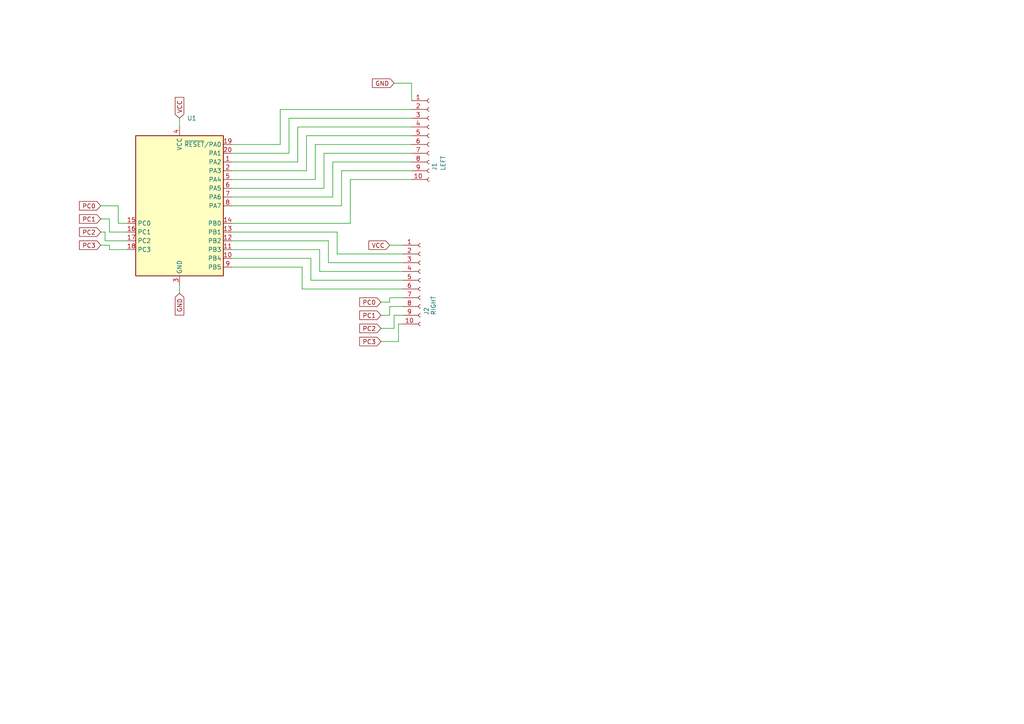
<source format=kicad_sch>
(kicad_sch (version 20231120) (generator "eeschema") (generator_version "8.0")
  (paper "A4")
  (lib_symbols
    (symbol "Connector:Conn_01x10_Socket" (pin_names (offset 1.016) hide)
      (property "Reference" "J" (at 0 12.7 0))
      (property "Value" "Conn_01x10_Socket" (at 0 -15.24 0))
      (symbol "Conn_01x10_Socket_1_1"
        (arc (start 0 -12.192) (mid -0.5058 -12.7) (end 0 -13.208) (stroke (width 0.1524)))
        (arc (start 0 -9.652) (mid -0.5058 -10.16) (end 0 -10.668) (stroke (width 0.1524)))
        (arc (start 0 -7.112) (mid -0.5058 -7.62) (end 0 -8.128) (stroke (width 0.1524)))
        (arc (start 0 -4.572) (mid -0.5058 -5.08) (end 0 -5.588) (stroke (width 0.1524)))
        (arc (start 0 -2.032) (mid -0.5058 -2.54) (end 0 -3.048) (stroke (width 0.1524)))
        (polyline (pts (xy -1.27 -12.7) (xy -0.508 -12.7)) (stroke (width 0.1524)))
        (polyline (pts (xy -1.27 -10.16) (xy -0.508 -10.16)) (stroke (width 0.1524)))
        (polyline (pts (xy -1.27 -7.62) (xy -0.508 -7.62)) (stroke (width 0.1524)))
        (polyline (pts (xy -1.27 -5.08) (xy -0.508 -5.08)) (stroke (width 0.1524)))
        (polyline (pts (xy -1.27 -2.54) (xy -0.508 -2.54)) (stroke (width 0.1524)))
        (polyline (pts (xy -1.27 0) (xy -0.508 0)) (stroke (width 0.1524)))
        (polyline (pts (xy -1.27 2.54) (xy -0.508 2.54)) (stroke (width 0.1524)))
        (polyline (pts (xy -1.27 5.08) (xy -0.508 5.08)) (stroke (width 0.1524)))
        (polyline (pts (xy -1.27 7.62) (xy -0.508 7.62)) (stroke (width 0.1524)))
        (polyline (pts (xy -1.27 10.16) (xy -0.508 10.16)) (stroke (width 0.1524)))
        (arc (start 0 0.508) (mid -0.5058 0) (end 0 -0.508) (stroke (width 0.1524)))
        (arc (start 0 3.048) (mid -0.5058 2.54) (end 0 2.032) (stroke (width 0.1524)))
        (arc (start 0 5.588) (mid -0.5058 5.08) (end 0 4.572) (stroke (width 0.1524)))
        (arc (start 0 8.128) (mid -0.5058 7.62) (end 0 7.112) (stroke (width 0.1524)))
        (arc (start 0 10.668) (mid -0.5058 10.16) (end 0 9.652) (stroke (width 0.1524)))
        (pin passive line (at -5.08 10.16 0) (length 3.81) (name "Pin_1") (number "1"))
        (pin passive line (at -5.08 -12.7 0) (length 3.81) (name "Pin_10") (number "10"))
        (pin passive line (at -5.08 7.62 0) (length 3.81) (name "Pin_2") (number "2"))
        (pin passive line (at -5.08 5.08 0) (length 3.81) (name "Pin_3") (number "3"))
        (pin passive line (at -5.08 2.54 0) (length 3.81) (name "Pin_4") (number "4"))
        (pin passive line (at -5.08 0 0) (length 3.81) (name "Pin_5") (number "5"))
        (pin passive line (at -5.08 -2.54 0) (length 3.81) (name "Pin_6") (number "6"))
        (pin passive line (at -5.08 -5.08 0) (length 3.81) (name "Pin_7") (number "7"))
        (pin passive line (at -5.08 -7.62 0) (length 3.81) (name "Pin_8") (number "8"))
        (pin passive line (at -5.08 -10.16 0) (length 3.81) (name "Pin_9") (number "9"))
      )
    )
    (symbol "MCU_Microchip_ATtiny:ATtiny1616-M"
      (property "Reference" "U" (at -12.7 21.59 0))
      (property "Value" "ATtiny1616-M" (at 2.54 -21.59 0))
      (symbol "ATtiny1616-M_0_1"
        (rectangle (start -12.7 -20.32) (end 12.7 20.32) (stroke (width 0.254)) (fill (type background)))
      )
      (symbol "ATtiny1616-M_1_1"
        (pin bidirectional line (at 15.24 12.7 180) (length 2.54) (name "PA2") (number "1"))
        (pin bidirectional line (at 15.24 -15.24 180) (length 2.54) (name "PB4") (number "10"))
        (pin bidirectional line (at 15.24 -12.7 180) (length 2.54) (name "PB3") (number "11"))
        (pin bidirectional line (at 15.24 -10.16 180) (length 2.54) (name "PB2") (number "12"))
        (pin bidirectional line (at 15.24 -7.62 180) (length 2.54) (name "PB1") (number "13"))
        (pin bidirectional line (at 15.24 -5.08 180) (length 2.54) (name "PB0") (number "14"))
        (pin bidirectional line (at -15.24 -5.08 0) (length 2.54) (name "PC0") (number "15"))
        (pin bidirectional line (at -15.24 -7.62 0) (length 2.54) (name "PC1") (number "16"))
        (pin bidirectional line (at -15.24 -10.16 0) (length 2.54) (name "PC2") (number "17"))
        (pin bidirectional line (at -15.24 -12.7 0) (length 2.54) (name "PC3") (number "18"))
        (pin bidirectional line (at 15.24 17.78 180) (length 2.54) (name "~{RESET}/PA0") (number "19"))
        (pin bidirectional line (at 15.24 10.16 180) (length 2.54) (name "PA3") (number "2"))
        (pin bidirectional line (at 15.24 15.24 180) (length 2.54) (name "PA1") (number "20"))
        (pin passive line (at 0 -22.86 90) (length 2.54) hide (name "GND") (number "21"))
        (pin power_in line (at 0 -22.86 90) (length 2.54) (name "GND") (number "3"))
        (pin power_in line (at 0 22.86 270) (length 2.54) (name "VCC") (number "4"))
        (pin bidirectional line (at 15.24 7.62 180) (length 2.54) (name "PA4") (number "5"))
        (pin bidirectional line (at 15.24 5.08 180) (length 2.54) (name "PA5") (number "6"))
        (pin bidirectional line (at 15.24 2.54 180) (length 2.54) (name "PA6") (number "7"))
        (pin bidirectional line (at 15.24 0 180) (length 2.54) (name "PA7") (number "8"))
        (pin bidirectional line (at 15.24 -17.78 180) (length 2.54) (name "PB5") (number "9"))
      )
    )
  )
  (wire (pts (xy 96.52 46.99) (xy 119.38 46.99)))
  (wire (pts (xy 83.82 34.29) (xy 119.38 34.29)))
  (wire (pts (xy 110.49 95.25) (xy 114.3 95.25)))
  (wire (pts (xy 31.75 67.31) (xy 36.83 67.31)))
  (wire (pts (xy 81.28 41.91) (xy 81.28 31.75)))
  (wire (pts (xy 67.31 67.31) (xy 97.79 67.31)))
  (wire (pts (xy 92.71 78.74) (xy 116.84 78.74)))
  (wire (pts (xy 67.31 77.47) (xy 87.63 77.47)))
  (wire (pts (xy 99.06 59.69) (xy 99.06 49.53)))
  (wire (pts (xy 90.17 81.28) (xy 116.84 81.28)))
  (wire (pts (xy 30.48 67.31) (xy 30.48 69.85)))
  (wire (pts (xy 113.03 71.12) (xy 116.84 71.12)))
  (wire (pts (xy 115.57 93.98) (xy 116.84 93.98)))
  (wire (pts (xy 95.25 69.85) (xy 95.25 76.2)))
  (wire (pts (xy 91.44 41.91) (xy 119.38 41.91)))
  (wire (pts (xy 29.21 63.5) (xy 31.75 63.5)))
  (wire (pts (xy 67.31 74.93) (xy 90.17 74.93)))
  (wire (pts (xy 81.28 31.75) (xy 119.38 31.75)))
  (wire (pts (xy 95.25 76.2) (xy 116.84 76.2)))
  (wire (pts (xy 67.31 64.77) (xy 101.6 64.77)))
  (wire (pts (xy 97.79 67.31) (xy 97.79 73.66)))
  (wire (pts (xy 29.21 59.69) (xy 34.29 59.69)))
  (wire (pts (xy 93.98 44.45) (xy 119.38 44.45)))
  (wire (pts (xy 115.57 99.06) (xy 115.57 93.98)))
  (wire (pts (xy 67.31 44.45) (xy 83.82 44.45)))
  (wire (pts (xy 87.63 83.82) (xy 116.84 83.82)))
  (wire (pts (xy 67.31 52.07) (xy 91.44 52.07)))
  (wire (pts (xy 87.63 77.47) (xy 87.63 83.82)))
  (wire (pts (xy 88.9 49.53) (xy 88.9 39.37)))
  (wire (pts (xy 31.75 72.39) (xy 36.83 72.39)))
  (wire (pts (xy 29.21 71.12) (xy 31.75 71.12)))
  (wire (pts (xy 113.03 91.44) (xy 113.03 88.9)))
  (wire (pts (xy 83.82 44.45) (xy 83.82 34.29)))
  (wire (pts (xy 113.03 87.63) (xy 113.03 86.36)))
  (wire (pts (xy 30.48 69.85) (xy 36.83 69.85)))
  (wire (pts (xy 110.49 87.63) (xy 113.03 87.63)))
  (wire (pts (xy 114.3 91.44) (xy 116.84 91.44)))
  (wire (pts (xy 93.98 54.61) (xy 93.98 44.45)))
  (wire (pts (xy 113.03 88.9) (xy 116.84 88.9)))
  (wire (pts (xy 67.31 46.99) (xy 86.36 46.99)))
  (wire (pts (xy 96.52 57.15) (xy 96.52 46.99)))
  (wire (pts (xy 67.31 41.91) (xy 81.28 41.91)))
  (wire (pts (xy 110.49 99.06) (xy 115.57 99.06)))
  (wire (pts (xy 31.75 63.5) (xy 31.75 67.31)))
  (wire (pts (xy 90.17 74.93) (xy 90.17 81.28)))
  (wire (pts (xy 97.79 73.66) (xy 116.84 73.66)))
  (wire (pts (xy 34.29 59.69) (xy 34.29 64.77)))
  (wire (pts (xy 67.31 59.69) (xy 99.06 59.69)))
  (wire (pts (xy 114.3 24.13) (xy 119.38 24.13)))
  (wire (pts (xy 119.38 24.13) (xy 119.38 29.21)))
  (wire (pts (xy 92.71 72.39) (xy 92.71 78.74)))
  (wire (pts (xy 52.07 82.55) (xy 52.07 85.09)))
  (wire (pts (xy 67.31 69.85) (xy 95.25 69.85)))
  (wire (pts (xy 86.36 36.83) (xy 119.38 36.83)))
  (wire (pts (xy 113.03 86.36) (xy 116.84 86.36)))
  (wire (pts (xy 99.06 49.53) (xy 119.38 49.53)))
  (wire (pts (xy 91.44 52.07) (xy 91.44 41.91)))
  (wire (pts (xy 52.07 34.29) (xy 52.07 36.83)))
  (wire (pts (xy 101.6 64.77) (xy 101.6 52.07)))
  (wire (pts (xy 67.31 57.15) (xy 96.52 57.15)))
  (wire (pts (xy 34.29 64.77) (xy 36.83 64.77)))
  (wire (pts (xy 67.31 54.61) (xy 93.98 54.61)))
  (wire (pts (xy 101.6 52.07) (xy 119.38 52.07)))
  (wire (pts (xy 88.9 39.37) (xy 119.38 39.37)))
  (wire (pts (xy 29.21 67.31) (xy 30.48 67.31)))
  (wire (pts (xy 110.49 91.44) (xy 113.03 91.44)))
  (wire (pts (xy 67.31 49.53) (xy 88.9 49.53)))
  (wire (pts (xy 114.3 95.25) (xy 114.3 91.44)))
  (wire (pts (xy 86.36 46.99) (xy 86.36 36.83)))
  (wire (pts (xy 31.75 71.12) (xy 31.75 72.39)))
  (wire (pts (xy 67.31 72.39) (xy 92.71 72.39)))
  (global_label "PC3" (shape input) (at 29.21 71.12 180) (property "Intersheetrefs" "${INTERSHEET_REFS}" (effects (hide yes))))
  (global_label "GND" (shape input) (at 114.3 24.13 180) (property "Intersheetrefs" "${INTERSHEET_REFS}" (effects (hide yes))))
  (global_label "PC0" (shape input) (at 110.49 87.63 180) (property "Intersheetrefs" "${INTERSHEET_REFS}" (effects (hide yes))))
  (global_label "PC0" (shape input) (at 29.21 59.69 180) (property "Intersheetrefs" "${INTERSHEET_REFS}" (effects (hide yes))))
  (global_label "PC2" (shape input) (at 29.21 67.31 180) (property "Intersheetrefs" "${INTERSHEET_REFS}" (effects (hide yes))))
  (global_label "GND" (shape input) (at 52.07 85.09 270) (property "Intersheetrefs" "${INTERSHEET_REFS}" (effects (hide yes))))
  (global_label "VCC" (shape input) (at 113.03 71.12 180) (property "Intersheetrefs" "${INTERSHEET_REFS}" (effects (hide yes))))
  (global_label "PC1" (shape input) (at 110.49 91.44 180) (property "Intersheetrefs" "${INTERSHEET_REFS}" (effects (hide yes))))
  (global_label "PC2" (shape input) (at 110.49 95.25 180) (property "Intersheetrefs" "${INTERSHEET_REFS}" (effects (hide yes))))
  (global_label "PC3" (shape input) (at 110.49 99.06 180) (property "Intersheetrefs" "${INTERSHEET_REFS}" (effects (hide yes))))
  (global_label "PC1" (shape input) (at 29.21 63.5 180) (property "Intersheetrefs" "${INTERSHEET_REFS}" (effects (hide yes))))
  (global_label "VCC" (shape input) (at 52.07 34.29 90) (property "Intersheetrefs" "${INTERSHEET_REFS}" (effects (hide yes))))
  (symbol (lib_id "MCU_Microchip_ATtiny:ATtiny1616-M") (at 52.07 59.69 0) (unit 1)
    (property "Reference" "U1" (at 54.2641 34.29 0) (effects (justify left)))
    (property "Value" "ATtiny1616-M" (effects (hide yes)))
    (property "Footprint" "Package_DFN_QFN:VQFN-20-1EP_3x3mm_P0.4mm_EP1.7x1.7mm" (effects (hide yes)))
    (property "Datasheet" "http://ww1.microchip.com/downloads/en/DeviceDoc/ATtiny3216_ATtiny1616-data-sheet-40001997B.pdf" (effects (hide yes)))
    (property "Description" "20MHz, 16kB Flash, 2kB SRAM, 256B EEPROM, VQFN-20" (effects (hide yes)))
  )
  (symbol (lib_id "Connector:Conn_01x10_Socket") (at 121.92 81.28 0) (unit 1)
    (property "Reference" "J2" (at 123.698 91.44 90) (effects (justify left)))
    (property "Value" "RIGHT" (at 125.73 91.44 90) (effects (justify left)))
    (property "Footprint" "Connector_PinSocket_2.54mm:PinSocket_1x10_P2.54mm_Vertical" (effects (hide yes)))
    (property "Description" "Generic connector, single row, 01x10, script generated" (effects (hide yes)))
  )
  (symbol (lib_id "Connector:Conn_01x10_Socket") (at 124.46 39.37 0) (unit 1)
    (property "Reference" "J1" (at 125.984 49.53 90) (effects (justify left)))
    (property "Value" "LEFT" (at 128.524 49.53 90) (effects (justify left)))
    (property "Footprint" "Connector_PinSocket_2.54mm:PinSocket_1x10_P2.54mm_Vertical" (effects (hide yes)))
    (property "Description" "Generic connector, single row, 01x10, script generated" (effects (hide yes)))
  )
)
</source>
